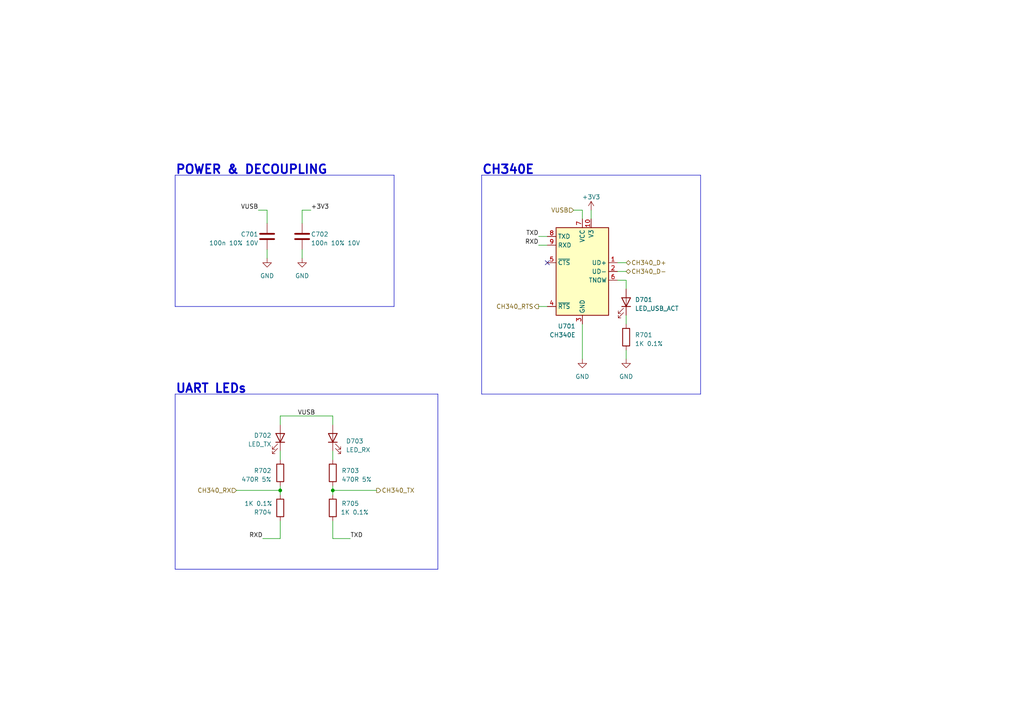
<source format=kicad_sch>
(kicad_sch (version 20230121) (generator eeschema)

  (uuid a4ad95e3-daf7-4b6c-b5e4-14714c86aff9)

  (paper "A4")

  (title_block
    (title "Atego Nano")
    (date "2023-06-28")
    (rev "1.1")
    (company "sudo-junkie")
  )

  (lib_symbols
    (symbol "Device:C" (pin_numbers hide) (pin_names (offset 0.254)) (in_bom yes) (on_board yes)
      (property "Reference" "C" (at 0.635 2.54 0)
        (effects (font (size 1.27 1.27)) (justify left))
      )
      (property "Value" "C" (at 0.635 -2.54 0)
        (effects (font (size 1.27 1.27)) (justify left))
      )
      (property "Footprint" "" (at 0.9652 -3.81 0)
        (effects (font (size 1.27 1.27)) hide)
      )
      (property "Datasheet" "~" (at 0 0 0)
        (effects (font (size 1.27 1.27)) hide)
      )
      (property "ki_keywords" "cap capacitor" (at 0 0 0)
        (effects (font (size 1.27 1.27)) hide)
      )
      (property "ki_description" "Unpolarized capacitor" (at 0 0 0)
        (effects (font (size 1.27 1.27)) hide)
      )
      (property "ki_fp_filters" "C_*" (at 0 0 0)
        (effects (font (size 1.27 1.27)) hide)
      )
      (symbol "C_0_1"
        (polyline
          (pts
            (xy -2.032 -0.762)
            (xy 2.032 -0.762)
          )
          (stroke (width 0.508) (type default))
          (fill (type none))
        )
        (polyline
          (pts
            (xy -2.032 0.762)
            (xy 2.032 0.762)
          )
          (stroke (width 0.508) (type default))
          (fill (type none))
        )
      )
      (symbol "C_1_1"
        (pin passive line (at 0 3.81 270) (length 2.794)
          (name "~" (effects (font (size 1.27 1.27))))
          (number "1" (effects (font (size 1.27 1.27))))
        )
        (pin passive line (at 0 -3.81 90) (length 2.794)
          (name "~" (effects (font (size 1.27 1.27))))
          (number "2" (effects (font (size 1.27 1.27))))
        )
      )
    )
    (symbol "Device:LED" (pin_numbers hide) (pin_names (offset 1.016) hide) (in_bom yes) (on_board yes)
      (property "Reference" "D" (at 0 2.54 0)
        (effects (font (size 1.27 1.27)))
      )
      (property "Value" "LED" (at 0 -2.54 0)
        (effects (font (size 1.27 1.27)))
      )
      (property "Footprint" "" (at 0 0 0)
        (effects (font (size 1.27 1.27)) hide)
      )
      (property "Datasheet" "~" (at 0 0 0)
        (effects (font (size 1.27 1.27)) hide)
      )
      (property "ki_keywords" "LED diode" (at 0 0 0)
        (effects (font (size 1.27 1.27)) hide)
      )
      (property "ki_description" "Light emitting diode" (at 0 0 0)
        (effects (font (size 1.27 1.27)) hide)
      )
      (property "ki_fp_filters" "LED* LED_SMD:* LED_THT:*" (at 0 0 0)
        (effects (font (size 1.27 1.27)) hide)
      )
      (symbol "LED_0_1"
        (polyline
          (pts
            (xy -1.27 -1.27)
            (xy -1.27 1.27)
          )
          (stroke (width 0.254) (type default))
          (fill (type none))
        )
        (polyline
          (pts
            (xy -1.27 0)
            (xy 1.27 0)
          )
          (stroke (width 0) (type default))
          (fill (type none))
        )
        (polyline
          (pts
            (xy 1.27 -1.27)
            (xy 1.27 1.27)
            (xy -1.27 0)
            (xy 1.27 -1.27)
          )
          (stroke (width 0.254) (type default))
          (fill (type none))
        )
        (polyline
          (pts
            (xy -3.048 -0.762)
            (xy -4.572 -2.286)
            (xy -3.81 -2.286)
            (xy -4.572 -2.286)
            (xy -4.572 -1.524)
          )
          (stroke (width 0) (type default))
          (fill (type none))
        )
        (polyline
          (pts
            (xy -1.778 -0.762)
            (xy -3.302 -2.286)
            (xy -2.54 -2.286)
            (xy -3.302 -2.286)
            (xy -3.302 -1.524)
          )
          (stroke (width 0) (type default))
          (fill (type none))
        )
      )
      (symbol "LED_1_1"
        (pin passive line (at -3.81 0 0) (length 2.54)
          (name "K" (effects (font (size 1.27 1.27))))
          (number "1" (effects (font (size 1.27 1.27))))
        )
        (pin passive line (at 3.81 0 180) (length 2.54)
          (name "A" (effects (font (size 1.27 1.27))))
          (number "2" (effects (font (size 1.27 1.27))))
        )
      )
    )
    (symbol "Device:R" (pin_numbers hide) (pin_names (offset 0)) (in_bom yes) (on_board yes)
      (property "Reference" "R" (at 2.032 0 90)
        (effects (font (size 1.27 1.27)))
      )
      (property "Value" "R" (at 0 0 90)
        (effects (font (size 1.27 1.27)))
      )
      (property "Footprint" "" (at -1.778 0 90)
        (effects (font (size 1.27 1.27)) hide)
      )
      (property "Datasheet" "~" (at 0 0 0)
        (effects (font (size 1.27 1.27)) hide)
      )
      (property "ki_keywords" "R res resistor" (at 0 0 0)
        (effects (font (size 1.27 1.27)) hide)
      )
      (property "ki_description" "Resistor" (at 0 0 0)
        (effects (font (size 1.27 1.27)) hide)
      )
      (property "ki_fp_filters" "R_*" (at 0 0 0)
        (effects (font (size 1.27 1.27)) hide)
      )
      (symbol "R_0_1"
        (rectangle (start -1.016 -2.54) (end 1.016 2.54)
          (stroke (width 0.254) (type default))
          (fill (type none))
        )
      )
      (symbol "R_1_1"
        (pin passive line (at 0 3.81 270) (length 1.27)
          (name "~" (effects (font (size 1.27 1.27))))
          (number "1" (effects (font (size 1.27 1.27))))
        )
        (pin passive line (at 0 -3.81 90) (length 1.27)
          (name "~" (effects (font (size 1.27 1.27))))
          (number "2" (effects (font (size 1.27 1.27))))
        )
      )
    )
    (symbol "Interface_USB:CH340E" (in_bom yes) (on_board yes)
      (property "Reference" "U" (at -5.08 13.97 0)
        (effects (font (size 1.27 1.27)) (justify right))
      )
      (property "Value" "CH340E" (at 1.27 13.97 0)
        (effects (font (size 1.27 1.27)) (justify left))
      )
      (property "Footprint" "Package_SO:MSOP-10_3x3mm_P0.5mm" (at 1.27 -13.97 0)
        (effects (font (size 1.27 1.27)) (justify left) hide)
      )
      (property "Datasheet" "https://www.mpja.com/download/35227cpdata.pdf" (at -8.89 20.32 0)
        (effects (font (size 1.27 1.27)) hide)
      )
      (property "ki_keywords" "USB UART Serial Converter Interface" (at 0 0 0)
        (effects (font (size 1.27 1.27)) hide)
      )
      (property "ki_description" "USB serial converter, UART, MSOP-10" (at 0 0 0)
        (effects (font (size 1.27 1.27)) hide)
      )
      (property "ki_fp_filters" "MSOP*3x3mm*P0.5mm*" (at 0 0 0)
        (effects (font (size 1.27 1.27)) hide)
      )
      (symbol "CH340E_0_1"
        (rectangle (start -7.62 12.7) (end 7.62 -12.7)
          (stroke (width 0.254) (type default))
          (fill (type background))
        )
      )
      (symbol "CH340E_1_1"
        (pin bidirectional line (at -10.16 2.54 0) (length 2.54)
          (name "UD+" (effects (font (size 1.27 1.27))))
          (number "1" (effects (font (size 1.27 1.27))))
        )
        (pin passive line (at -2.54 15.24 270) (length 2.54)
          (name "V3" (effects (font (size 1.27 1.27))))
          (number "10" (effects (font (size 1.27 1.27))))
        )
        (pin bidirectional line (at -10.16 0 0) (length 2.54)
          (name "UD-" (effects (font (size 1.27 1.27))))
          (number "2" (effects (font (size 1.27 1.27))))
        )
        (pin power_in line (at 0 -15.24 90) (length 2.54)
          (name "GND" (effects (font (size 1.27 1.27))))
          (number "3" (effects (font (size 1.27 1.27))))
        )
        (pin output line (at 10.16 -10.16 180) (length 2.54)
          (name "~{RTS}" (effects (font (size 1.27 1.27))))
          (number "4" (effects (font (size 1.27 1.27))))
        )
        (pin input line (at 10.16 2.54 180) (length 2.54)
          (name "~{CTS}" (effects (font (size 1.27 1.27))))
          (number "5" (effects (font (size 1.27 1.27))))
        )
        (pin output line (at -10.16 -2.54 0) (length 2.54)
          (name "TNOW" (effects (font (size 1.27 1.27))))
          (number "6" (effects (font (size 1.27 1.27))))
        )
        (pin power_in line (at 0 15.24 270) (length 2.54)
          (name "VCC" (effects (font (size 1.27 1.27))))
          (number "7" (effects (font (size 1.27 1.27))))
        )
        (pin output line (at 10.16 10.16 180) (length 2.54)
          (name "TXD" (effects (font (size 1.27 1.27))))
          (number "8" (effects (font (size 1.27 1.27))))
        )
        (pin input line (at 10.16 7.62 180) (length 2.54)
          (name "RXD" (effects (font (size 1.27 1.27))))
          (number "9" (effects (font (size 1.27 1.27))))
        )
      )
    )
    (symbol "power:+3V3" (power) (pin_names (offset 0)) (in_bom yes) (on_board yes)
      (property "Reference" "#PWR" (at 0 -3.81 0)
        (effects (font (size 1.27 1.27)) hide)
      )
      (property "Value" "+3V3" (at 0 3.556 0)
        (effects (font (size 1.27 1.27)))
      )
      (property "Footprint" "" (at 0 0 0)
        (effects (font (size 1.27 1.27)) hide)
      )
      (property "Datasheet" "" (at 0 0 0)
        (effects (font (size 1.27 1.27)) hide)
      )
      (property "ki_keywords" "global power" (at 0 0 0)
        (effects (font (size 1.27 1.27)) hide)
      )
      (property "ki_description" "Power symbol creates a global label with name \"+3V3\"" (at 0 0 0)
        (effects (font (size 1.27 1.27)) hide)
      )
      (symbol "+3V3_0_1"
        (polyline
          (pts
            (xy -0.762 1.27)
            (xy 0 2.54)
          )
          (stroke (width 0) (type default))
          (fill (type none))
        )
        (polyline
          (pts
            (xy 0 0)
            (xy 0 2.54)
          )
          (stroke (width 0) (type default))
          (fill (type none))
        )
        (polyline
          (pts
            (xy 0 2.54)
            (xy 0.762 1.27)
          )
          (stroke (width 0) (type default))
          (fill (type none))
        )
      )
      (symbol "+3V3_1_1"
        (pin power_in line (at 0 0 90) (length 0) hide
          (name "+3V3" (effects (font (size 1.27 1.27))))
          (number "1" (effects (font (size 1.27 1.27))))
        )
      )
    )
    (symbol "power:GND" (power) (pin_names (offset 0)) (in_bom yes) (on_board yes)
      (property "Reference" "#PWR" (at 0 -6.35 0)
        (effects (font (size 1.27 1.27)) hide)
      )
      (property "Value" "GND" (at 0 -3.81 0)
        (effects (font (size 1.27 1.27)))
      )
      (property "Footprint" "" (at 0 0 0)
        (effects (font (size 1.27 1.27)) hide)
      )
      (property "Datasheet" "" (at 0 0 0)
        (effects (font (size 1.27 1.27)) hide)
      )
      (property "ki_keywords" "global power" (at 0 0 0)
        (effects (font (size 1.27 1.27)) hide)
      )
      (property "ki_description" "Power symbol creates a global label with name \"GND\" , ground" (at 0 0 0)
        (effects (font (size 1.27 1.27)) hide)
      )
      (symbol "GND_0_1"
        (polyline
          (pts
            (xy 0 0)
            (xy 0 -1.27)
            (xy 1.27 -1.27)
            (xy 0 -2.54)
            (xy -1.27 -1.27)
            (xy 0 -1.27)
          )
          (stroke (width 0) (type default))
          (fill (type none))
        )
      )
      (symbol "GND_1_1"
        (pin power_in line (at 0 0 270) (length 0) hide
          (name "GND" (effects (font (size 1.27 1.27))))
          (number "1" (effects (font (size 1.27 1.27))))
        )
      )
    )
  )

  (junction (at 81.28 142.24) (diameter 0) (color 0 0 0 0)
    (uuid 22937a08-113c-4c72-b122-30b468ceb51c)
  )
  (junction (at 96.52 142.24) (diameter 0) (color 0 0 0 0)
    (uuid 5509d47a-fe85-46fa-a15b-ab7e0ab6cd88)
  )

  (no_connect (at 158.75 76.2) (uuid 4bf3684d-2111-4da4-96c6-0406219d97d0))

  (polyline (pts (xy 114.3 50.8) (xy 114.3 88.9))
    (stroke (width 0) (type default))
    (uuid 08ef8ee2-8bac-4833-a2da-387a16d24c49)
  )

  (wire (pts (xy 96.52 156.21) (xy 101.6 156.21))
    (stroke (width 0) (type default))
    (uuid 09026970-cf38-4ef3-8c00-904d504f0b18)
  )
  (wire (pts (xy 168.91 93.98) (xy 168.91 104.14))
    (stroke (width 0) (type default))
    (uuid 0ca94357-057d-4fab-bbea-ecb5c443d5a0)
  )
  (wire (pts (xy 87.63 72.39) (xy 87.63 74.93))
    (stroke (width 0) (type default))
    (uuid 2896564b-1ce7-47ec-abcc-e333da538a7b)
  )
  (wire (pts (xy 87.63 60.96) (xy 87.63 64.77))
    (stroke (width 0) (type default))
    (uuid 28cecac7-2a43-458a-a4fa-0f7c69beded2)
  )
  (wire (pts (xy 74.93 60.96) (xy 77.47 60.96))
    (stroke (width 0) (type default))
    (uuid 2cb3af14-2850-4f23-9f0a-31e8552f728e)
  )
  (wire (pts (xy 96.52 130.81) (xy 96.52 133.35))
    (stroke (width 0) (type default))
    (uuid 2d9252d6-448d-481c-a5ed-8aa7bdc11519)
  )
  (polyline (pts (xy 50.8 88.9) (xy 50.8 50.8))
    (stroke (width 0) (type default))
    (uuid 38116940-e48d-49d7-a9a3-f1db5b96298e)
  )
  (polyline (pts (xy 203.2 114.3) (xy 139.7 114.3))
    (stroke (width 0) (type default))
    (uuid 3a76a2a5-aab6-4163-a55f-91fa2fceb084)
  )
  (polyline (pts (xy 50.8 50.8) (xy 114.3 50.8))
    (stroke (width 0) (type default))
    (uuid 4b298560-76a3-49c3-9a74-7c7e543ca646)
  )

  (wire (pts (xy 181.61 78.74) (xy 179.07 78.74))
    (stroke (width 0) (type default))
    (uuid 4baedfbd-d56c-4ab6-a7e9-e7b0f7c5dd4d)
  )
  (polyline (pts (xy 203.2 50.8) (xy 203.2 114.3))
    (stroke (width 0) (type default))
    (uuid 4f908677-c9b7-4806-ab8c-54314c54a72c)
  )

  (wire (pts (xy 68.58 142.24) (xy 81.28 142.24))
    (stroke (width 0) (type default))
    (uuid 5408c135-b3d7-4885-b57a-76b9be64cf78)
  )
  (wire (pts (xy 171.45 60.96) (xy 171.45 63.5))
    (stroke (width 0) (type default))
    (uuid 5577c328-c4ff-45a9-9085-9ee1973eaff4)
  )
  (wire (pts (xy 181.61 81.28) (xy 181.61 83.82))
    (stroke (width 0) (type default))
    (uuid 5bf73d63-cd8c-4395-a759-f65208c5975d)
  )
  (wire (pts (xy 77.47 72.39) (xy 77.47 74.93))
    (stroke (width 0) (type default))
    (uuid 60455f04-b055-4c6f-b79f-e1d6d06444d1)
  )
  (wire (pts (xy 181.61 76.2) (xy 179.07 76.2))
    (stroke (width 0) (type default))
    (uuid 643c9c91-3f8c-4c21-ae51-8ab48deff585)
  )
  (wire (pts (xy 179.07 81.28) (xy 181.61 81.28))
    (stroke (width 0) (type default))
    (uuid 67b61342-b903-4909-ab0f-9672f84669ec)
  )
  (wire (pts (xy 158.75 88.9) (xy 156.21 88.9))
    (stroke (width 0) (type default))
    (uuid 6a0f2fe3-db19-4f0e-b740-4495199432a1)
  )
  (polyline (pts (xy 139.7 50.8) (xy 203.2 50.8))
    (stroke (width 0) (type default))
    (uuid 6ada2ff2-39cb-449c-a2f5-446f3da1d37b)
  )

  (wire (pts (xy 81.28 151.13) (xy 81.28 156.21))
    (stroke (width 0) (type default))
    (uuid 6db2eefa-3f36-4d9a-9664-962ecd7c0ef3)
  )
  (wire (pts (xy 76.2 156.21) (xy 81.28 156.21))
    (stroke (width 0) (type default))
    (uuid 6fdc0762-c5fa-4651-8293-fd63ecf35ebf)
  )
  (wire (pts (xy 81.28 140.97) (xy 81.28 142.24))
    (stroke (width 0) (type default))
    (uuid 77ac1389-9802-4eba-a762-b50147854c66)
  )
  (wire (pts (xy 96.52 142.24) (xy 109.22 142.24))
    (stroke (width 0) (type default))
    (uuid 77da0689-c851-470f-b738-de6d2b049685)
  )
  (wire (pts (xy 96.52 156.21) (xy 96.52 151.13))
    (stroke (width 0) (type default))
    (uuid 7b38a0e4-c605-4e45-9561-d29bdfe82921)
  )
  (wire (pts (xy 168.91 60.96) (xy 168.91 63.5))
    (stroke (width 0) (type default))
    (uuid 7d3dd0f7-796c-4ff6-8343-6e7dbf808dae)
  )
  (wire (pts (xy 181.61 91.44) (xy 181.61 93.98))
    (stroke (width 0) (type default))
    (uuid 822a4391-8812-4c15-9e31-271a2eeb614f)
  )
  (polyline (pts (xy 127 165.1) (xy 50.8 165.1))
    (stroke (width 0) (type default))
    (uuid 938027f4-c83d-42f2-9294-c83630184bc3)
  )

  (wire (pts (xy 77.47 60.96) (xy 77.47 64.77))
    (stroke (width 0) (type default))
    (uuid 9aa1fecd-1458-4d04-9313-86579c66485e)
  )
  (polyline (pts (xy 50.8 114.3) (xy 127 114.3))
    (stroke (width 0) (type default))
    (uuid a20edd0a-0848-4abc-b5d3-42d0adbb8bb3)
  )

  (wire (pts (xy 96.52 120.65) (xy 96.52 123.19))
    (stroke (width 0) (type default))
    (uuid a2f70a96-889f-487b-bc3a-3ba8d2c7730f)
  )
  (wire (pts (xy 156.21 71.12) (xy 158.75 71.12))
    (stroke (width 0) (type default))
    (uuid a7b8433b-2cf7-4cd7-b157-cce65b1637bd)
  )
  (polyline (pts (xy 139.7 114.3) (xy 139.7 50.8))
    (stroke (width 0) (type default))
    (uuid a8d2eb72-dad2-4b29-8f9e-cbd03d8ca2e5)
  )

  (wire (pts (xy 81.28 120.65) (xy 81.28 123.19))
    (stroke (width 0) (type default))
    (uuid abcce6a2-3c0e-4c04-8c86-b603e3155e0b)
  )
  (wire (pts (xy 81.28 130.81) (xy 81.28 133.35))
    (stroke (width 0) (type default))
    (uuid afab8f07-104c-44e8-bdb1-8ae5f719d270)
  )
  (wire (pts (xy 156.21 68.58) (xy 158.75 68.58))
    (stroke (width 0) (type default))
    (uuid bc6d2096-9331-4107-8201-5ca4b4c29c0a)
  )
  (wire (pts (xy 181.61 101.6) (xy 181.61 104.14))
    (stroke (width 0) (type default))
    (uuid bdd4d997-9067-4cf4-b642-ce313b8be2bc)
  )
  (polyline (pts (xy 139.7 50.8) (xy 139.7 50.8))
    (stroke (width 0) (type default))
    (uuid c03fec4e-2b01-4a26-bc12-065f6da00380)
  )

  (wire (pts (xy 81.28 142.24) (xy 81.28 143.51))
    (stroke (width 0) (type default))
    (uuid cabf84c3-527f-4f8b-863e-1e6758bc5c53)
  )
  (wire (pts (xy 96.52 142.24) (xy 96.52 143.51))
    (stroke (width 0) (type default))
    (uuid d0189213-d809-42db-a558-b34a893065ee)
  )
  (polyline (pts (xy 127 114.3) (xy 127 165.1))
    (stroke (width 0) (type default))
    (uuid e1368728-09fa-4e78-a651-83fc48e9de1f)
  )

  (wire (pts (xy 81.28 120.65) (xy 96.52 120.65))
    (stroke (width 0) (type default))
    (uuid ef701a99-a7cc-40bd-a400-f76b2cde5076)
  )
  (wire (pts (xy 87.63 60.96) (xy 90.17 60.96))
    (stroke (width 0) (type default))
    (uuid efa7aa02-dfbf-4a18-8877-59b3c5f34de0)
  )
  (polyline (pts (xy 50.8 114.3) (xy 50.8 165.1))
    (stroke (width 0) (type default))
    (uuid f25cb3d1-3392-4897-8756-2dc910b80e22)
  )
  (polyline (pts (xy 114.3 88.9) (xy 50.8 88.9))
    (stroke (width 0) (type default))
    (uuid f8b8fed1-5911-4035-b461-5471ff5de4b9)
  )

  (wire (pts (xy 166.37 60.96) (xy 168.91 60.96))
    (stroke (width 0) (type default))
    (uuid fbad58da-9932-42dd-b5f2-a0e7ab0d293a)
  )
  (wire (pts (xy 96.52 140.97) (xy 96.52 142.24))
    (stroke (width 0) (type default))
    (uuid fc85b2d8-beb9-403b-9bae-276f5af2cd40)
  )

  (text "UART LEDs" (at 50.8 114.3 0)
    (effects (font (size 2.54 2.54) (thickness 0.508) bold) (justify left bottom))
    (uuid adc87373-776b-4ef7-bade-9f98628ae04a)
  )
  (text "CH340E" (at 139.7 50.8 0)
    (effects (font (size 2.54 2.54) (thickness 0.508) bold) (justify left bottom))
    (uuid d83f0429-b080-4316-abe9-a4e73b1bb9a1)
  )
  (text "POWER & DECOUPLING" (at 50.8 50.8 0)
    (effects (font (size 2.54 2.54) (thickness 0.508) bold) (justify left bottom))
    (uuid da87ba82-effa-4103-b7de-5ae43710d379)
  )

  (label "+3V3" (at 90.17 60.96 0) (fields_autoplaced)
    (effects (font (size 1.27 1.27)) (justify left bottom))
    (uuid 43bf6c0d-f2df-4865-a392-ea8259d4bcf3)
  )
  (label "VUSB" (at 74.93 60.96 180) (fields_autoplaced)
    (effects (font (size 1.27 1.27)) (justify right bottom))
    (uuid 491c7840-dc7f-490d-84b4-3e32fd3239d0)
  )
  (label "RXD" (at 156.21 71.12 180) (fields_autoplaced)
    (effects (font (size 1.27 1.27)) (justify right bottom))
    (uuid 4fb32ca5-b04d-426c-a91c-5cd4e3792d0f)
  )
  (label "TXD" (at 101.6 156.21 0) (fields_autoplaced)
    (effects (font (size 1.27 1.27)) (justify left bottom))
    (uuid 51b0d5cf-8975-493a-af2e-23c8373b87f2)
  )
  (label "RXD" (at 76.2 156.21 180) (fields_autoplaced)
    (effects (font (size 1.27 1.27)) (justify right bottom))
    (uuid 920e0d3b-cfb8-411c-93f7-aacc90733bc6)
  )
  (label "TXD" (at 156.21 68.58 180) (fields_autoplaced)
    (effects (font (size 1.27 1.27)) (justify right bottom))
    (uuid ac6b9035-0281-4bc7-8924-b6c989df09b0)
  )
  (label "VUSB" (at 91.44 120.65 180) (fields_autoplaced)
    (effects (font (size 1.27 1.27)) (justify right bottom))
    (uuid bc10f965-915d-439b-9bff-ca052ba6d84a)
  )

  (hierarchical_label "VUSB" (shape input) (at 166.37 60.96 180) (fields_autoplaced)
    (effects (font (size 1.27 1.27)) (justify right))
    (uuid 02522a5c-164c-41e7-9469-f49563128848)
  )
  (hierarchical_label "CH340_D-" (shape bidirectional) (at 181.61 78.74 0) (fields_autoplaced)
    (effects (font (size 1.27 1.27)) (justify left))
    (uuid 50bb6142-fd03-4e57-96f2-6dd92a9fe96f)
  )
  (hierarchical_label "CH340_D+" (shape bidirectional) (at 181.61 76.2 0) (fields_autoplaced)
    (effects (font (size 1.27 1.27)) (justify left))
    (uuid 82257e6d-efe6-4678-a696-4efc64403943)
  )
  (hierarchical_label "CH340_RTS" (shape output) (at 156.21 88.9 180) (fields_autoplaced)
    (effects (font (size 1.27 1.27)) (justify right))
    (uuid 8fd0bd87-99f7-489e-b2b7-64fcb0b86695)
  )
  (hierarchical_label "CH340_TX" (shape output) (at 109.22 142.24 0) (fields_autoplaced)
    (effects (font (size 1.27 1.27)) (justify left))
    (uuid d5b55581-3167-4959-80f1-707a8985373e)
  )
  (hierarchical_label "CH340_RX" (shape input) (at 68.58 142.24 180) (fields_autoplaced)
    (effects (font (size 1.27 1.27)) (justify right))
    (uuid eb80dd99-9872-4085-aa92-f40e4944d5e9)
  )

  (symbol (lib_id "Device:R") (at 96.52 137.16 0) (unit 1)
    (in_bom yes) (on_board yes) (dnp no) (fields_autoplaced)
    (uuid 0af47eea-53f0-4fe2-a7e9-ba1086fbc3f3)
    (property "Reference" "R703" (at 99.06 136.525 0)
      (effects (font (size 1.27 1.27)) (justify left))
    )
    (property "Value" "470R 5%" (at 99.06 139.065 0)
      (effects (font (size 1.27 1.27)) (justify left))
    )
    (property "Footprint" "Resistor_SMD:R_0603_1608Metric" (at 94.742 137.16 90)
      (effects (font (size 1.27 1.27)) hide)
    )
    (property "Datasheet" "~" (at 96.52 137.16 0)
      (effects (font (size 1.27 1.27)) hide)
    )
    (property "MPN" "RC0603JR-07470RL" (at 96.52 137.16 0)
      (effects (font (size 1.27 1.27)) hide)
    )
    (property "Manufacturer" "YAGEO" (at 96.52 137.16 0)
      (effects (font (size 1.27 1.27)) hide)
    )
    (property "Vendor" "LCSC" (at 96.52 137.16 0)
      (effects (font (size 1.27 1.27)) hide)
    )
    (property "Price" "0.001" (at 96.52 137.16 0)
      (effects (font (size 1.27 1.27)) hide)
    )
    (pin "1" (uuid 4bee7d31-0e04-428c-9815-10f6d04d3cac))
    (pin "2" (uuid a91ddcb3-455f-4a39-81a4-48c394315caf))
    (instances
      (project "Atego_Nano"
        (path "/f0d70477-67e1-4b14-aebd-2138d55a5d0c/f86ac621-3272-4d73-88da-d818c5769352"
          (reference "R703") (unit 1)
        )
      )
    )
  )

  (symbol (lib_id "power:GND") (at 77.47 74.93 0) (mirror y) (unit 1)
    (in_bom yes) (on_board yes) (dnp no) (fields_autoplaced)
    (uuid 15c8cc74-1476-45c9-b87a-553b677fabba)
    (property "Reference" "#PWR0702" (at 77.47 81.28 0)
      (effects (font (size 1.27 1.27)) hide)
    )
    (property "Value" "GND" (at 77.47 80.01 0)
      (effects (font (size 1.27 1.27)))
    )
    (property "Footprint" "" (at 77.47 74.93 0)
      (effects (font (size 1.27 1.27)) hide)
    )
    (property "Datasheet" "" (at 77.47 74.93 0)
      (effects (font (size 1.27 1.27)) hide)
    )
    (pin "1" (uuid 4c7575f4-5316-4224-af60-b428b5897121))
    (instances
      (project "Atego_Nano"
        (path "/f0d70477-67e1-4b14-aebd-2138d55a5d0c/f86ac621-3272-4d73-88da-d818c5769352"
          (reference "#PWR0702") (unit 1)
        )
      )
    )
  )

  (symbol (lib_id "Interface_USB:CH340E") (at 168.91 78.74 0) (mirror y) (unit 1)
    (in_bom yes) (on_board yes) (dnp no) (fields_autoplaced)
    (uuid 29e429c8-0bfd-43a4-be9e-0acd64a16e05)
    (property "Reference" "U701" (at 166.9541 94.615 0)
      (effects (font (size 1.27 1.27)) (justify left))
    )
    (property "Value" "CH340E" (at 166.9541 97.155 0)
      (effects (font (size 1.27 1.27)) (justify left))
    )
    (property "Footprint" "Package_SO:MSOP-10_3x3mm_P0.5mm" (at 167.64 92.71 0)
      (effects (font (size 1.27 1.27)) (justify left) hide)
    )
    (property "Datasheet" "https://www.mpja.com/download/35227cpdata.pdf" (at 177.8 58.42 0)
      (effects (font (size 1.27 1.27)) hide)
    )
    (property "MPN" "CH340E" (at 168.91 78.74 0)
      (effects (font (size 1.27 1.27)) hide)
    )
    (property "Manufacturer" "WCH(Jiangsu Qin Heng)" (at 168.91 78.74 0)
      (effects (font (size 1.27 1.27)) hide)
    )
    (property "Vendor" "LCSC" (at 168.91 78.74 0)
      (effects (font (size 1.27 1.27)) hide)
    )
    (property "Price" "0.5807" (at 168.91 78.74 0)
      (effects (font (size 1.27 1.27)) hide)
    )
    (pin "1" (uuid a0d34f30-2e93-4a5f-819d-574e3f32f685))
    (pin "10" (uuid db3e92ec-22a0-488c-9c22-341f24f6d766))
    (pin "2" (uuid f9eb374b-a9c1-45e0-91ca-8f3c75f5c9a9))
    (pin "3" (uuid 93c4ff3a-d28c-4cbc-83ce-db77234b0f72))
    (pin "4" (uuid 00d52d40-e9e7-4faa-8155-c624dab01dac))
    (pin "5" (uuid 2c70079b-7f5c-45e0-a30c-c5098fb062a4))
    (pin "6" (uuid 375c12d4-fd0f-4b5c-9d9b-9a401c91ad58))
    (pin "7" (uuid 74eed11e-16ef-4816-9d30-c268316d874f))
    (pin "8" (uuid 889198e4-b700-46a4-978c-5a680aaa9b6d))
    (pin "9" (uuid 817f7608-978d-48ce-a29f-137346072034))
    (instances
      (project "Atego_Nano"
        (path "/f0d70477-67e1-4b14-aebd-2138d55a5d0c/f86ac621-3272-4d73-88da-d818c5769352"
          (reference "U701") (unit 1)
        )
      )
    )
  )

  (symbol (lib_id "Device:R") (at 96.52 147.32 0) (unit 1)
    (in_bom yes) (on_board yes) (dnp no)
    (uuid 33ef57aa-0ced-47b5-9189-7f680a94890e)
    (property "Reference" "R705" (at 101.6 146.05 0)
      (effects (font (size 1.27 1.27)))
    )
    (property "Value" "1K 0.1%" (at 102.87 148.59 0)
      (effects (font (size 1.27 1.27)))
    )
    (property "Footprint" "Resistor_SMD:R_0603_1608Metric" (at 94.742 147.32 90)
      (effects (font (size 1.27 1.27)) hide)
    )
    (property "Datasheet" "~" (at 96.52 147.32 0)
      (effects (font (size 1.27 1.27)) hide)
    )
    (property "MPN" "RT0603BRD071KL" (at 96.52 147.32 0)
      (effects (font (size 1.27 1.27)) hide)
    )
    (property "Manufacturer" "YAGEO" (at 96.52 147.32 0)
      (effects (font (size 1.27 1.27)) hide)
    )
    (property "Vendor" "LCSC" (at 96.52 147.32 0)
      (effects (font (size 1.27 1.27)) hide)
    )
    (property "Price" "0.0227" (at 96.52 147.32 0)
      (effects (font (size 1.27 1.27)) hide)
    )
    (pin "1" (uuid 890b9d7f-ddb6-46ef-be81-56ca4b0d49d5))
    (pin "2" (uuid 15fd5794-dcd7-4b5f-a9d0-1bfd966a4e81))
    (instances
      (project "Atego_Nano"
        (path "/f0d70477-67e1-4b14-aebd-2138d55a5d0c/f86ac621-3272-4d73-88da-d818c5769352"
          (reference "R705") (unit 1)
        )
      )
    )
  )

  (symbol (lib_id "Device:LED") (at 96.52 127 90) (unit 1)
    (in_bom yes) (on_board yes) (dnp no) (fields_autoplaced)
    (uuid 4f46be16-7a6c-4804-b81f-0eecc7f55d87)
    (property "Reference" "D703" (at 100.33 127.9525 90)
      (effects (font (size 1.27 1.27)) (justify right))
    )
    (property "Value" "LED_RX" (at 100.33 130.4925 90)
      (effects (font (size 1.27 1.27)) (justify right))
    )
    (property "Footprint" "LED_SMD:LED_0402_1005Metric" (at 96.52 127 0)
      (effects (font (size 1.27 1.27)) hide)
    )
    (property "Datasheet" "~" (at 96.52 127 0)
      (effects (font (size 1.27 1.27)) hide)
    )
    (property "MPN" "XL-1005UOC" (at 96.52 127 0)
      (effects (font (size 1.27 1.27)) hide)
    )
    (property "Manufacturer" "XINGLIGHT" (at 96.52 127 0)
      (effects (font (size 1.27 1.27)) hide)
    )
    (property "Vendor" "LCSC" (at 96.52 127 0)
      (effects (font (size 1.27 1.27)) hide)
    )
    (property "Price" "0.0100" (at 96.52 127 0)
      (effects (font (size 1.27 1.27)) hide)
    )
    (pin "1" (uuid 41e27141-1c9b-4d20-b6ff-1f8dc9fc8b63))
    (pin "2" (uuid 41051ef6-339c-4cb9-ad2a-8d62ba1adab6))
    (instances
      (project "Atego_Nano"
        (path "/f0d70477-67e1-4b14-aebd-2138d55a5d0c/f86ac621-3272-4d73-88da-d818c5769352"
          (reference "D703") (unit 1)
        )
      )
    )
  )

  (symbol (lib_id "power:+3V3") (at 171.45 60.96 0) (unit 1)
    (in_bom yes) (on_board yes) (dnp no) (fields_autoplaced)
    (uuid 6d867360-550b-441e-a770-a960bcda3338)
    (property "Reference" "#PWR0701" (at 171.45 64.77 0)
      (effects (font (size 1.27 1.27)) hide)
    )
    (property "Value" "+3V3" (at 171.45 57.15 0)
      (effects (font (size 1.27 1.27)))
    )
    (property "Footprint" "" (at 171.45 60.96 0)
      (effects (font (size 1.27 1.27)) hide)
    )
    (property "Datasheet" "" (at 171.45 60.96 0)
      (effects (font (size 1.27 1.27)) hide)
    )
    (pin "1" (uuid de820cb7-cd0e-43bd-812f-cc24b6b20c00))
    (instances
      (project "Atego_Nano"
        (path "/f0d70477-67e1-4b14-aebd-2138d55a5d0c/f86ac621-3272-4d73-88da-d818c5769352"
          (reference "#PWR0701") (unit 1)
        )
      )
    )
  )

  (symbol (lib_id "Device:LED") (at 181.61 87.63 270) (mirror x) (unit 1)
    (in_bom yes) (on_board yes) (dnp no)
    (uuid 7f539768-1197-40fc-9b75-06c78d302daf)
    (property "Reference" "D701" (at 184.15 86.9315 90)
      (effects (font (size 1.27 1.27)) (justify left))
    )
    (property "Value" "LED_USB_ACT" (at 184.15 89.4715 90)
      (effects (font (size 1.27 1.27)) (justify left))
    )
    (property "Footprint" "LED_SMD:LED_0402_1005Metric" (at 181.61 87.63 0)
      (effects (font (size 1.27 1.27)) hide)
    )
    (property "Datasheet" "~" (at 181.61 87.63 0)
      (effects (font (size 1.27 1.27)) hide)
    )
    (property "MPN" "XL-1005UBC" (at 181.61 87.63 0)
      (effects (font (size 1.27 1.27)) hide)
    )
    (property "Manufacturer" "XINGLIGHT" (at 181.61 87.63 0)
      (effects (font (size 1.27 1.27)) hide)
    )
    (property "Vendor" "LCSC" (at 181.61 87.63 0)
      (effects (font (size 1.27 1.27)) hide)
    )
    (property "Price" "0.0066" (at 181.61 87.63 0)
      (effects (font (size 1.27 1.27)) hide)
    )
    (pin "1" (uuid b3b3aa00-69ec-42d4-9b2c-86bf83dcb79f))
    (pin "2" (uuid b16f9007-278a-45fa-b65d-02d0304d09f6))
    (instances
      (project "Atego_Nano"
        (path "/f0d70477-67e1-4b14-aebd-2138d55a5d0c/f86ac621-3272-4d73-88da-d818c5769352"
          (reference "D701") (unit 1)
        )
      )
    )
  )

  (symbol (lib_id "Device:R") (at 81.28 137.16 0) (mirror y) (unit 1)
    (in_bom yes) (on_board yes) (dnp no)
    (uuid 82fb4d98-7b8d-42e3-aa05-5d1b6d5a5d61)
    (property "Reference" "R702" (at 78.74 136.525 0)
      (effects (font (size 1.27 1.27)) (justify left))
    )
    (property "Value" "470R 5%" (at 78.74 139.065 0)
      (effects (font (size 1.27 1.27)) (justify left))
    )
    (property "Footprint" "Resistor_SMD:R_0603_1608Metric" (at 83.058 137.16 90)
      (effects (font (size 1.27 1.27)) hide)
    )
    (property "Datasheet" "~" (at 81.28 137.16 0)
      (effects (font (size 1.27 1.27)) hide)
    )
    (property "MPN" "RC0603JR-07470RL" (at 81.28 137.16 0)
      (effects (font (size 1.27 1.27)) hide)
    )
    (property "Manufacturer" "YAGEO" (at 81.28 137.16 0)
      (effects (font (size 1.27 1.27)) hide)
    )
    (property "Vendor" "LCSC" (at 81.28 137.16 0)
      (effects (font (size 1.27 1.27)) hide)
    )
    (property "Price" "0.001" (at 81.28 137.16 0)
      (effects (font (size 1.27 1.27)) hide)
    )
    (pin "1" (uuid 68054857-808c-4c4f-a8df-81b414df075e))
    (pin "2" (uuid b650c7cb-7fbe-47b5-8b01-09cec19391d1))
    (instances
      (project "Atego_Nano"
        (path "/f0d70477-67e1-4b14-aebd-2138d55a5d0c/f86ac621-3272-4d73-88da-d818c5769352"
          (reference "R702") (unit 1)
        )
      )
    )
  )

  (symbol (lib_id "Device:LED") (at 81.28 127 270) (mirror x) (unit 1)
    (in_bom yes) (on_board yes) (dnp no)
    (uuid 9297108f-38b1-456d-bd62-360c08efa31e)
    (property "Reference" "D702" (at 78.74 126.3015 90)
      (effects (font (size 1.27 1.27)) (justify right))
    )
    (property "Value" "LED_TX" (at 78.74 128.8415 90)
      (effects (font (size 1.27 1.27)) (justify right))
    )
    (property "Footprint" "LED_SMD:LED_0402_1005Metric" (at 81.28 127 0)
      (effects (font (size 1.27 1.27)) hide)
    )
    (property "Datasheet" "~" (at 81.28 127 0)
      (effects (font (size 1.27 1.27)) hide)
    )
    (property "MPN" "XL-1005UOC" (at 81.28 127 0)
      (effects (font (size 1.27 1.27)) hide)
    )
    (property "Manufacturer" "XINGLIGHT" (at 81.28 127 0)
      (effects (font (size 1.27 1.27)) hide)
    )
    (property "Vendor" "LCSC" (at 81.28 127 0)
      (effects (font (size 1.27 1.27)) hide)
    )
    (property "Price" "0.0100" (at 81.28 127 0)
      (effects (font (size 1.27 1.27)) hide)
    )
    (pin "1" (uuid bb957913-afc9-4f6f-8669-5e69a2067b29))
    (pin "2" (uuid 2aa3a73a-d147-4a7c-b616-fa2e1a1a027d))
    (instances
      (project "Atego_Nano"
        (path "/f0d70477-67e1-4b14-aebd-2138d55a5d0c/f86ac621-3272-4d73-88da-d818c5769352"
          (reference "D702") (unit 1)
        )
      )
    )
  )

  (symbol (lib_id "power:GND") (at 181.61 104.14 0) (mirror y) (unit 1)
    (in_bom yes) (on_board yes) (dnp no) (fields_autoplaced)
    (uuid a22f071f-e128-475d-91ee-a3dbe81dae9d)
    (property "Reference" "#PWR0705" (at 181.61 110.49 0)
      (effects (font (size 1.27 1.27)) hide)
    )
    (property "Value" "GND" (at 181.61 109.22 0)
      (effects (font (size 1.27 1.27)))
    )
    (property "Footprint" "" (at 181.61 104.14 0)
      (effects (font (size 1.27 1.27)) hide)
    )
    (property "Datasheet" "" (at 181.61 104.14 0)
      (effects (font (size 1.27 1.27)) hide)
    )
    (pin "1" (uuid ab92997c-c666-41f6-b163-8cbfcd5bcfe9))
    (instances
      (project "Atego_Nano"
        (path "/f0d70477-67e1-4b14-aebd-2138d55a5d0c/f86ac621-3272-4d73-88da-d818c5769352"
          (reference "#PWR0705") (unit 1)
        )
      )
    )
  )

  (symbol (lib_id "Device:C") (at 87.63 68.58 0) (unit 1)
    (in_bom yes) (on_board yes) (dnp no) (fields_autoplaced)
    (uuid b5d22b13-db06-484b-b0da-57b1f0ce8826)
    (property "Reference" "C702" (at 90.17 67.9513 0)
      (effects (font (size 1.27 1.27)) (justify left))
    )
    (property "Value" "100n 10% 10V" (at 90.17 70.4913 0)
      (effects (font (size 1.27 1.27)) (justify left))
    )
    (property "Footprint" "Capacitor_SMD:C_0603_1608Metric" (at 88.5952 72.39 0)
      (effects (font (size 1.27 1.27)) hide)
    )
    (property "Datasheet" "~" (at 87.63 68.58 0)
      (effects (font (size 1.27 1.27)) hide)
    )
    (property "MPN" "CC0603KRX7R6BB104" (at 87.63 68.58 0)
      (effects (font (size 1.27 1.27)) hide)
    )
    (property "Manufacturer" "YAGEO" (at 87.63 68.58 0)
      (effects (font (size 1.27 1.27)) hide)
    )
    (property "Vendor" "LCSC" (at 87.63 68.58 0)
      (effects (font (size 1.27 1.27)) hide)
    )
    (property "Price" "0.0032" (at 87.63 68.58 0)
      (effects (font (size 1.27 1.27)) hide)
    )
    (pin "1" (uuid bb6b378c-7725-4715-ab9d-2c8505c04a4d))
    (pin "2" (uuid 18e9f323-9abd-498c-bb3c-d33c142befa7))
    (instances
      (project "Atego_Nano"
        (path "/f0d70477-67e1-4b14-aebd-2138d55a5d0c/f86ac621-3272-4d73-88da-d818c5769352"
          (reference "C702") (unit 1)
        )
      )
    )
  )

  (symbol (lib_id "Device:C") (at 77.47 68.58 0) (mirror y) (unit 1)
    (in_bom yes) (on_board yes) (dnp no) (fields_autoplaced)
    (uuid c030139a-cc5a-47ae-830e-61ec6e5d7e94)
    (property "Reference" "C701" (at 74.93 67.9513 0)
      (effects (font (size 1.27 1.27)) (justify left))
    )
    (property "Value" "100n 10% 10V" (at 74.93 70.4913 0)
      (effects (font (size 1.27 1.27)) (justify left))
    )
    (property "Footprint" "Capacitor_SMD:C_0603_1608Metric" (at 76.5048 72.39 0)
      (effects (font (size 1.27 1.27)) hide)
    )
    (property "Datasheet" "~" (at 77.47 68.58 0)
      (effects (font (size 1.27 1.27)) hide)
    )
    (property "MPN" "CC0603KRX7R6BB104" (at 77.47 68.58 0)
      (effects (font (size 1.27 1.27)) hide)
    )
    (property "Manufacturer" "YAGEO" (at 77.47 68.58 0)
      (effects (font (size 1.27 1.27)) hide)
    )
    (property "Vendor" "LCSC" (at 77.47 68.58 0)
      (effects (font (size 1.27 1.27)) hide)
    )
    (property "Price" "0.0032" (at 77.47 68.58 0)
      (effects (font (size 1.27 1.27)) hide)
    )
    (pin "1" (uuid 06d2d88f-a197-4cfa-ba9b-d7c4b632da94))
    (pin "2" (uuid d5465080-2fe9-4c93-9278-d0d1b9d373b5))
    (instances
      (project "Atego_Nano"
        (path "/f0d70477-67e1-4b14-aebd-2138d55a5d0c/f86ac621-3272-4d73-88da-d818c5769352"
          (reference "C701") (unit 1)
        )
      )
    )
  )

  (symbol (lib_id "power:GND") (at 87.63 74.93 0) (unit 1)
    (in_bom yes) (on_board yes) (dnp no) (fields_autoplaced)
    (uuid db3f38ba-fa97-406d-a1fc-142e70f2618a)
    (property "Reference" "#PWR0703" (at 87.63 81.28 0)
      (effects (font (size 1.27 1.27)) hide)
    )
    (property "Value" "GND" (at 87.63 80.01 0)
      (effects (font (size 1.27 1.27)))
    )
    (property "Footprint" "" (at 87.63 74.93 0)
      (effects (font (size 1.27 1.27)) hide)
    )
    (property "Datasheet" "" (at 87.63 74.93 0)
      (effects (font (size 1.27 1.27)) hide)
    )
    (pin "1" (uuid 10f25824-bc10-415c-bed2-d233813846dd))
    (instances
      (project "Atego_Nano"
        (path "/f0d70477-67e1-4b14-aebd-2138d55a5d0c/f86ac621-3272-4d73-88da-d818c5769352"
          (reference "#PWR0703") (unit 1)
        )
      )
    )
  )

  (symbol (lib_id "power:GND") (at 168.91 104.14 0) (mirror y) (unit 1)
    (in_bom yes) (on_board yes) (dnp no) (fields_autoplaced)
    (uuid e04dc8a0-d121-4ed7-8eef-30cf9f4730a7)
    (property "Reference" "#PWR0704" (at 168.91 110.49 0)
      (effects (font (size 1.27 1.27)) hide)
    )
    (property "Value" "GND" (at 168.91 109.22 0)
      (effects (font (size 1.27 1.27)))
    )
    (property "Footprint" "" (at 168.91 104.14 0)
      (effects (font (size 1.27 1.27)) hide)
    )
    (property "Datasheet" "" (at 168.91 104.14 0)
      (effects (font (size 1.27 1.27)) hide)
    )
    (pin "1" (uuid 93ee2d46-a3a6-45da-b97e-00f0586c1af5))
    (instances
      (project "Atego_Nano"
        (path "/f0d70477-67e1-4b14-aebd-2138d55a5d0c/f86ac621-3272-4d73-88da-d818c5769352"
          (reference "#PWR0704") (unit 1)
        )
      )
    )
  )

  (symbol (lib_id "Device:R") (at 81.28 147.32 0) (unit 1)
    (in_bom yes) (on_board yes) (dnp no)
    (uuid efcc7f60-73f9-4f02-8b14-c4138e1a89ef)
    (property "Reference" "R704" (at 76.2 148.59 0)
      (effects (font (size 1.27 1.27)))
    )
    (property "Value" "1K 0.1%" (at 74.93 146.05 0)
      (effects (font (size 1.27 1.27)))
    )
    (property "Footprint" "Resistor_SMD:R_0603_1608Metric" (at 79.502 147.32 90)
      (effects (font (size 1.27 1.27)) hide)
    )
    (property "Datasheet" "~" (at 81.28 147.32 0)
      (effects (font (size 1.27 1.27)) hide)
    )
    (property "MPN" "RT0603BRD071KL" (at 81.28 147.32 0)
      (effects (font (size 1.27 1.27)) hide)
    )
    (property "Manufacturer" "YAGEO" (at 81.28 147.32 0)
      (effects (font (size 1.27 1.27)) hide)
    )
    (property "Vendor" "LCSC" (at 81.28 147.32 0)
      (effects (font (size 1.27 1.27)) hide)
    )
    (property "Price" "0.0227" (at 81.28 147.32 0)
      (effects (font (size 1.27 1.27)) hide)
    )
    (pin "1" (uuid 61832135-3bec-466a-9604-6064169e11e7))
    (pin "2" (uuid bb87c329-08ed-40d3-9260-c74f96fbd707))
    (instances
      (project "Atego_Nano"
        (path "/f0d70477-67e1-4b14-aebd-2138d55a5d0c/f86ac621-3272-4d73-88da-d818c5769352"
          (reference "R704") (unit 1)
        )
      )
    )
  )

  (symbol (lib_id "Device:R") (at 181.61 97.79 0) (unit 1)
    (in_bom yes) (on_board yes) (dnp no)
    (uuid f93bf6c4-3b71-4f16-9eb9-e32ad600a56e)
    (property "Reference" "R701" (at 184.15 97.155 0)
      (effects (font (size 1.27 1.27)) (justify left))
    )
    (property "Value" "1K 0.1%" (at 184.15 99.695 0)
      (effects (font (size 1.27 1.27)) (justify left))
    )
    (property "Footprint" "Resistor_SMD:R_0603_1608Metric" (at 179.832 97.79 90)
      (effects (font (size 1.27 1.27)) hide)
    )
    (property "Datasheet" "~" (at 181.61 97.79 0)
      (effects (font (size 1.27 1.27)) hide)
    )
    (property "MPN" "RT0603BRD071KL" (at 181.61 97.79 0)
      (effects (font (size 1.27 1.27)) hide)
    )
    (property "Manufacturer" "YAGEO" (at 181.61 97.79 0)
      (effects (font (size 1.27 1.27)) hide)
    )
    (property "Vendor" "LCSC" (at 181.61 97.79 0)
      (effects (font (size 1.27 1.27)) hide)
    )
    (property "Price" "0.0227" (at 181.61 97.79 0)
      (effects (font (size 1.27 1.27)) hide)
    )
    (pin "1" (uuid 92b80c64-3e0c-4e1e-844b-0c5bb082632e))
    (pin "2" (uuid 3c599308-70fd-45f7-a191-a3418c344de5))
    (instances
      (project "Atego_Nano"
        (path "/f0d70477-67e1-4b14-aebd-2138d55a5d0c/f86ac621-3272-4d73-88da-d818c5769352"
          (reference "R701") (unit 1)
        )
      )
    )
  )
)

</source>
